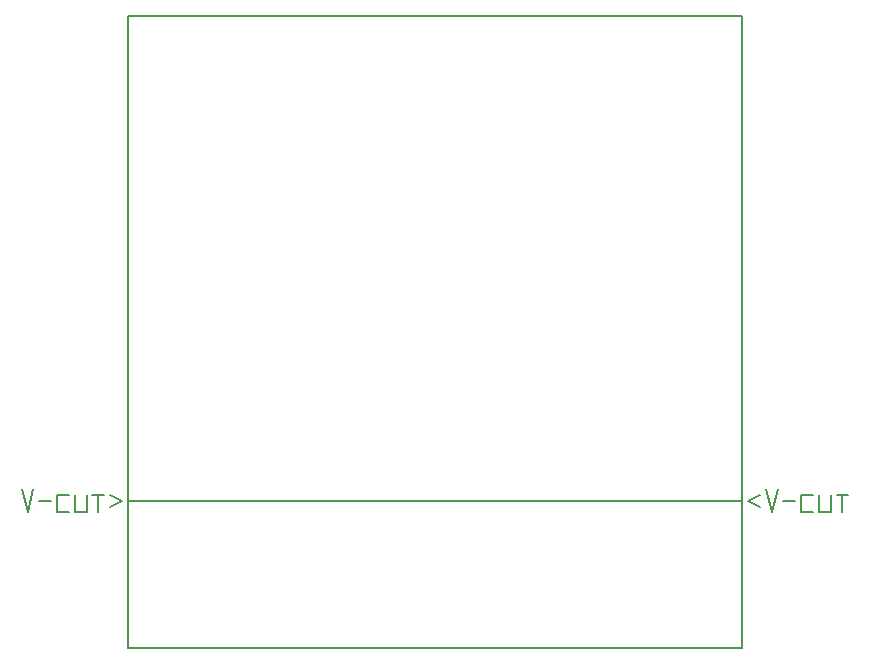
<source format=gbr>
G04 #@! TF.FileFunction,Profile,NP*
%FSLAX46Y46*%
G04 Gerber Fmt 4.6, Leading zero omitted, Abs format (unit mm)*
G04 Created by KiCad (PCBNEW 4.0.7) date Sunday, 24 March 2019 'PMt' 22:49:59*
%MOMM*%
%LPD*%
G01*
G04 APERTURE LIST*
%ADD10C,0.100000*%
%ADD11C,0.150000*%
G04 APERTURE END LIST*
D10*
D11*
X67500000Y-115500000D02*
X67500000Y-117000000D01*
X67000000Y-115500000D02*
X68000000Y-115500000D01*
X66500000Y-117000000D02*
X66500000Y-115500000D01*
X65500000Y-117000000D02*
X66500000Y-117000000D01*
X65500000Y-115500000D02*
X65500000Y-117000000D01*
X64000000Y-117000000D02*
X65000000Y-117000000D01*
X64000000Y-115500000D02*
X64000000Y-117000000D01*
X65000000Y-115500000D02*
X64000000Y-115500000D01*
X62500000Y-116000000D02*
X63500000Y-116000000D01*
X61500000Y-117000000D02*
X62000000Y-115000000D01*
X61000000Y-115000000D02*
X61500000Y-117000000D01*
X130500000Y-115500000D02*
X130500000Y-117000000D01*
X130000000Y-115500000D02*
X131000000Y-115500000D01*
X129500000Y-117000000D02*
X129500000Y-115500000D01*
X128500000Y-117000000D02*
X129500000Y-117000000D01*
X128500000Y-115500000D02*
X128500000Y-117000000D01*
X127000000Y-117000000D02*
X128000000Y-117000000D01*
X127000000Y-115500000D02*
X127000000Y-117000000D01*
X128000000Y-115500000D02*
X127000000Y-115500000D01*
X125500000Y-116000000D02*
X126500000Y-116000000D01*
X124500000Y-117000000D02*
X125000000Y-115000000D01*
X124000000Y-115000000D02*
X124500000Y-117000000D01*
X69500000Y-116000000D02*
X68500000Y-115500000D01*
X69500000Y-116000000D02*
X68500000Y-116500000D01*
X122500000Y-116000000D02*
X123500000Y-116500000D01*
X122500000Y-116000000D02*
X123500000Y-115500000D01*
X70000000Y-128500000D02*
X122000000Y-128500000D01*
X70000000Y-116000000D02*
X122000000Y-116000000D01*
X70000000Y-75000000D02*
X122000000Y-75000000D01*
X122000000Y-75000000D02*
X122000000Y-128500000D01*
X70000000Y-75000000D02*
X70000000Y-128500000D01*
M02*

</source>
